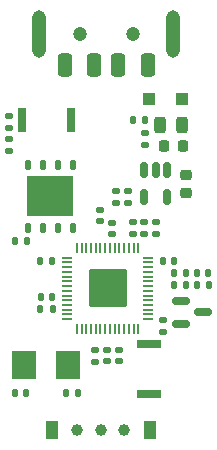
<source format=gbr>
%TF.GenerationSoftware,KiCad,Pcbnew,(6.0.2-0)*%
%TF.CreationDate,2022-03-31T23:17:21+02:00*%
%TF.ProjectId,BadPico,42616450-6963-46f2-9e6b-696361645f70,rev?*%
%TF.SameCoordinates,Original*%
%TF.FileFunction,Soldermask,Top*%
%TF.FilePolarity,Negative*%
%FSLAX46Y46*%
G04 Gerber Fmt 4.6, Leading zero omitted, Abs format (unit mm)*
G04 Created by KiCad (PCBNEW (6.0.2-0)) date 2022-03-31 23:17:21*
%MOMM*%
%LPD*%
G01*
G04 APERTURE LIST*
G04 Aperture macros list*
%AMRoundRect*
0 Rectangle with rounded corners*
0 $1 Rounding radius*
0 $2 $3 $4 $5 $6 $7 $8 $9 X,Y pos of 4 corners*
0 Add a 4 corners polygon primitive as box body*
4,1,4,$2,$3,$4,$5,$6,$7,$8,$9,$2,$3,0*
0 Add four circle primitives for the rounded corners*
1,1,$1+$1,$2,$3*
1,1,$1+$1,$4,$5*
1,1,$1+$1,$6,$7*
1,1,$1+$1,$8,$9*
0 Add four rect primitives between the rounded corners*
20,1,$1+$1,$2,$3,$4,$5,0*
20,1,$1+$1,$4,$5,$6,$7,0*
20,1,$1+$1,$6,$7,$8,$9,0*
20,1,$1+$1,$8,$9,$2,$3,0*%
G04 Aperture macros list end*
%ADD10RoundRect,0.135000X-0.135000X-0.185000X0.135000X-0.185000X0.135000X0.185000X-0.135000X0.185000X0*%
%ADD11RoundRect,0.140000X0.170000X-0.140000X0.170000X0.140000X-0.170000X0.140000X-0.170000X-0.140000X0*%
%ADD12RoundRect,0.140000X0.140000X0.170000X-0.140000X0.170000X-0.140000X-0.170000X0.140000X-0.170000X0*%
%ADD13RoundRect,0.135000X0.185000X-0.135000X0.185000X0.135000X-0.185000X0.135000X-0.185000X-0.135000X0*%
%ADD14R,1.000000X1.500000*%
%ADD15C,1.000000*%
%ADD16RoundRect,0.147500X-0.147500X-0.172500X0.147500X-0.172500X0.147500X0.172500X-0.147500X0.172500X0*%
%ADD17R,2.000000X0.800000*%
%ADD18RoundRect,0.225000X-0.225000X-0.250000X0.225000X-0.250000X0.225000X0.250000X-0.225000X0.250000X0*%
%ADD19R,1.100000X1.100000*%
%ADD20RoundRect,0.147500X0.147500X0.172500X-0.147500X0.172500X-0.147500X-0.172500X0.147500X-0.172500X0*%
%ADD21RoundRect,0.050000X-0.387500X-0.050000X0.387500X-0.050000X0.387500X0.050000X-0.387500X0.050000X0*%
%ADD22RoundRect,0.050000X-0.050000X-0.387500X0.050000X-0.387500X0.050000X0.387500X-0.050000X0.387500X0*%
%ADD23RoundRect,0.144000X-1.456000X-1.456000X1.456000X-1.456000X1.456000X1.456000X-1.456000X1.456000X0*%
%ADD24RoundRect,0.140000X-0.170000X0.140000X-0.170000X-0.140000X0.170000X-0.140000X0.170000X0.140000X0*%
%ADD25C,1.200000*%
%ADD26RoundRect,0.300000X-0.300000X-0.700000X0.300000X-0.700000X0.300000X0.700000X-0.300000X0.700000X0*%
%ADD27RoundRect,0.300000X0.300000X0.700000X-0.300000X0.700000X-0.300000X-0.700000X0.300000X-0.700000X0*%
%ADD28O,1.200000X4.012500*%
%ADD29RoundRect,0.140000X-0.140000X-0.170000X0.140000X-0.170000X0.140000X0.170000X-0.140000X0.170000X0*%
%ADD30RoundRect,0.125000X0.125000X-0.262500X0.125000X0.262500X-0.125000X0.262500X-0.125000X-0.262500X0*%
%ADD31R,4.000000X3.400000*%
%ADD32RoundRect,0.135000X0.135000X0.185000X-0.135000X0.185000X-0.135000X-0.185000X0.135000X-0.185000X0*%
%ADD33RoundRect,0.150000X-0.150000X0.512500X-0.150000X-0.512500X0.150000X-0.512500X0.150000X0.512500X0*%
%ADD34RoundRect,0.225000X0.250000X-0.225000X0.250000X0.225000X-0.250000X0.225000X-0.250000X-0.225000X0*%
%ADD35RoundRect,0.243750X0.243750X0.456250X-0.243750X0.456250X-0.243750X-0.456250X0.243750X-0.456250X0*%
%ADD36R,0.800000X2.000000*%
%ADD37R,2.000000X2.400000*%
%ADD38RoundRect,0.135000X-0.185000X0.135000X-0.185000X-0.135000X0.185000X-0.135000X0.185000X0.135000X0*%
%ADD39RoundRect,0.150000X-0.587500X-0.150000X0.587500X-0.150000X0.587500X0.150000X-0.587500X0.150000X0*%
G04 APERTURE END LIST*
D10*
%TO.C,R10*%
X119035000Y-52810000D03*
X120055000Y-52810000D03*
%TD*%
D11*
%TO.C,C7*%
X113805000Y-49505000D03*
X113805000Y-48545000D03*
%TD*%
D12*
%TO.C,C6*%
X108680000Y-51815000D03*
X107720000Y-51815000D03*
%TD*%
D13*
%TO.C,R9*%
X112365000Y-60310000D03*
X112365000Y-59290000D03*
%TD*%
D14*
%TO.C,SW1*%
X116975000Y-66135000D03*
X108675000Y-66135000D03*
D15*
X110825000Y-66135000D03*
X112825000Y-66135000D03*
X114825000Y-66135000D03*
%TD*%
D16*
%TO.C,D3*%
X119070000Y-53855000D03*
X120040000Y-53855000D03*
%TD*%
D13*
%TO.C,R4*%
X115160000Y-46895000D03*
X115160000Y-45875000D03*
%TD*%
D17*
%TO.C,SW3*%
X116935000Y-58830000D03*
X116935000Y-63030000D03*
%TD*%
D18*
%TO.C,C13*%
X118235000Y-42060000D03*
X119785000Y-42060000D03*
%TD*%
D19*
%TO.C,D2*%
X119700000Y-38115000D03*
X116900000Y-38115000D03*
%TD*%
D20*
%TO.C,D4*%
X121955000Y-52805000D03*
X120985000Y-52805000D03*
%TD*%
D21*
%TO.C,U3*%
X109982500Y-51515000D03*
X109982500Y-51915000D03*
X109982500Y-52315000D03*
X109982500Y-52715000D03*
X109982500Y-53115000D03*
X109982500Y-53515000D03*
X109982500Y-53915000D03*
X109982500Y-54315000D03*
X109982500Y-54715000D03*
X109982500Y-55115000D03*
X109982500Y-55515000D03*
X109982500Y-55915000D03*
X109982500Y-56315000D03*
X109982500Y-56715000D03*
D22*
X110820000Y-57552500D03*
X111220000Y-57552500D03*
X111620000Y-57552500D03*
X112020000Y-57552500D03*
X112420000Y-57552500D03*
X112820000Y-57552500D03*
X113220000Y-57552500D03*
X113620000Y-57552500D03*
X114020000Y-57552500D03*
X114420000Y-57552500D03*
X114820000Y-57552500D03*
X115220000Y-57552500D03*
X115620000Y-57552500D03*
X116020000Y-57552500D03*
D21*
X116857500Y-56715000D03*
X116857500Y-56315000D03*
X116857500Y-55915000D03*
X116857500Y-55515000D03*
X116857500Y-55115000D03*
X116857500Y-54715000D03*
X116857500Y-54315000D03*
X116857500Y-53915000D03*
X116857500Y-53515000D03*
X116857500Y-53115000D03*
X116857500Y-52715000D03*
X116857500Y-52315000D03*
X116857500Y-51915000D03*
X116857500Y-51515000D03*
D22*
X116020000Y-50677500D03*
X115620000Y-50677500D03*
X115220000Y-50677500D03*
X114820000Y-50677500D03*
X114420000Y-50677500D03*
X114020000Y-50677500D03*
X113620000Y-50677500D03*
X113220000Y-50677500D03*
X112820000Y-50677500D03*
X112420000Y-50677500D03*
X112020000Y-50677500D03*
X111620000Y-50677500D03*
X111220000Y-50677500D03*
X110820000Y-50677500D03*
D23*
X113420000Y-54115000D03*
%TD*%
D24*
%TO.C,C4*%
X113350000Y-59305000D03*
X113350000Y-60265000D03*
%TD*%
D25*
%TO.C,J1*%
X115550000Y-32575000D03*
X111050000Y-32575000D03*
D26*
X116800000Y-35185000D03*
D27*
X114300000Y-35185000D03*
X112300000Y-35185000D03*
X109800000Y-35185000D03*
D28*
X107600000Y-32575000D03*
X119000000Y-32575000D03*
%TD*%
D29*
%TO.C,C2*%
X118075000Y-51780000D03*
X119035000Y-51780000D03*
%TD*%
D30*
%TO.C,U1*%
X106655000Y-48967500D03*
X107925000Y-48967500D03*
X109195000Y-48967500D03*
X110465000Y-48967500D03*
X110465000Y-43642500D03*
X109195000Y-43642500D03*
X107925000Y-43642500D03*
X106655000Y-43642500D03*
D31*
X108560000Y-46305000D03*
%TD*%
D32*
%TO.C,R8*%
X116625000Y-39815000D03*
X115605000Y-39815000D03*
%TD*%
D11*
%TO.C,C10*%
X117520000Y-49475000D03*
X117520000Y-48515000D03*
%TD*%
%TO.C,C1*%
X116545000Y-49475000D03*
X116545000Y-48515000D03*
%TD*%
D33*
%TO.C,U2*%
X118430000Y-44127500D03*
X117480000Y-44127500D03*
X116530000Y-44127500D03*
X116530000Y-46402500D03*
X118430000Y-46402500D03*
%TD*%
D24*
%TO.C,C9*%
X114350000Y-59305000D03*
X114350000Y-60265000D03*
%TD*%
D32*
%TO.C,R11*%
X121990000Y-53860000D03*
X120970000Y-53860000D03*
%TD*%
D34*
%TO.C,C14*%
X120030000Y-46065000D03*
X120030000Y-44515000D03*
%TD*%
D13*
%TO.C,FB1*%
X116605000Y-41950000D03*
X116605000Y-40930000D03*
%TD*%
D32*
%TO.C,R6*%
X106610000Y-50140000D03*
X105590000Y-50140000D03*
%TD*%
D24*
%TO.C,C11*%
X112795000Y-47465000D03*
X112795000Y-48425000D03*
%TD*%
D35*
%TO.C,F1*%
X119747500Y-40290000D03*
X117872500Y-40290000D03*
%TD*%
D11*
%TO.C,C12*%
X105065000Y-42445000D03*
X105065000Y-41485000D03*
%TD*%
D13*
%TO.C,R3*%
X114155000Y-46885000D03*
X114155000Y-45865000D03*
%TD*%
D12*
%TO.C,C5*%
X108705000Y-54830000D03*
X107745000Y-54830000D03*
%TD*%
D36*
%TO.C,SW2*%
X110355000Y-39845000D03*
X106155000Y-39845000D03*
%TD*%
D10*
%TO.C,R5*%
X107740000Y-55840000D03*
X108760000Y-55840000D03*
%TD*%
D29*
%TO.C,C16*%
X109930000Y-63000000D03*
X110890000Y-63000000D03*
%TD*%
D37*
%TO.C,Y1*%
X110080000Y-60585000D03*
X106380000Y-60585000D03*
%TD*%
D38*
%TO.C,R7*%
X105070000Y-39540000D03*
X105070000Y-40560000D03*
%TD*%
D12*
%TO.C,C15*%
X106520000Y-63000000D03*
X105560000Y-63000000D03*
%TD*%
D11*
%TO.C,C8*%
X115565000Y-49475000D03*
X115565000Y-48515000D03*
%TD*%
D24*
%TO.C,C3*%
X118085000Y-56805000D03*
X118085000Y-57765000D03*
%TD*%
D39*
%TO.C,Q1*%
X119602500Y-55185000D03*
X119602500Y-57085000D03*
X121477500Y-56135000D03*
%TD*%
M02*

</source>
